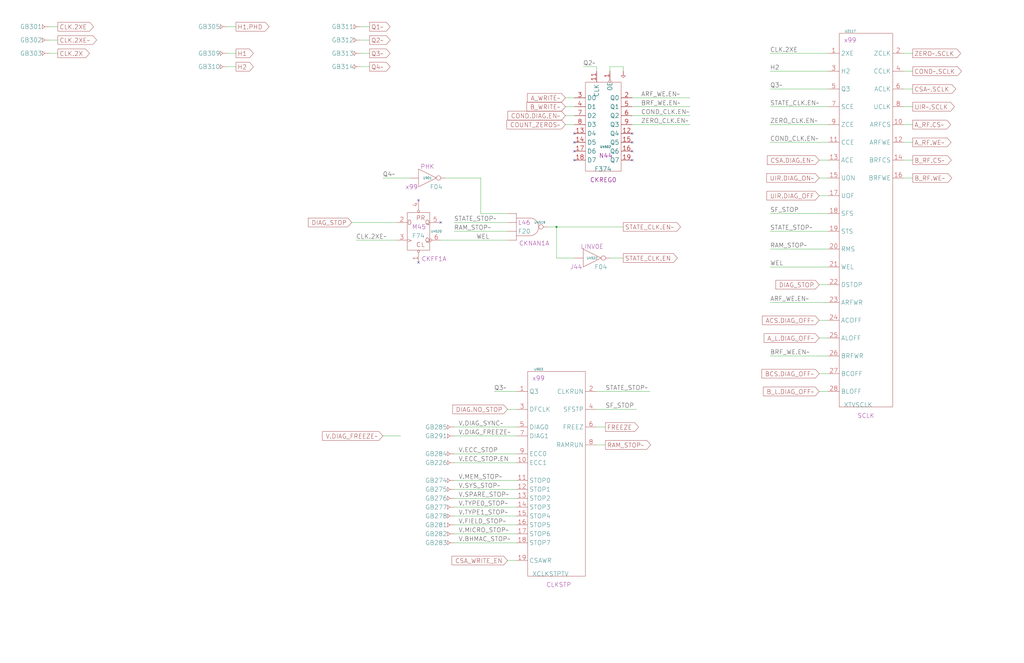
<source format=kicad_sch>
(kicad_sch (version 20250114) (generator "eeschema") (generator_version "9.0")
  (paper "User" 584.2 378.46)
  (title_block (title "CLOCK GENERATION\\nSTATE CLOCKS") (date "22-MAR-90") (rev "1.0") (comment 1 "VALUE") (comment 2 "232-003063") (comment 3 "S400") (comment 4 "RELEASED"))
  (lib_symbols
    (symbol "r1000:F04" (pin_numbers (hide yes)) (pin_names (hide yes))
      (property "Reference" "U" (at 0 0 0))
      (property "Value" "F04" (at 1.27 -5.08 0))
      (property "Location" "___" (at -12.7 -5.08 0))
      (property "Name" "______" (at 0 5.08 0))
      (symbol "F04_0_1"
        (polyline (pts (xy -7.62 0) (xy -5.08 0)) (stroke (width 0.1524)))
        (polyline (pts (xy -5.08 5.08) (xy -5.08 -5.08)) (stroke (width 0.1524)))
        (polyline (pts (xy 5.08 0) (xy -5.08 5.08)) (stroke (width 0.1524)))
        (polyline (pts (xy 5.08 0) (xy -5.08 -5.08)) (stroke (width 0.1524)))
        (circle (center 6.35 0) (radius 1.27) (stroke (width 0.1524)))
      )
      (symbol "F04_1_1"
        (pin input line (at -10.16 0 0) (length 2.54) (name "D0") (number "1"))
        (pin output line (at 10.16 0 180) (length 2.54) (name "Q") (number "2"))
      )
    )
    (symbol "r1000:F20" (pin_numbers (hide yes)) (pin_names (hide yes))
      (property "Reference" "U" (at 8.255 2.54 0))
      (property "Value" "F20" (at -0.635 -2.54 0))
      (property "Location" "___" (at -0.635 2.54 0))
      (property "Name" "______" (at 5.08 -10.795 0))
      (symbol "F20_0_1"
        (polyline (pts (xy -5.08 7.62) (xy -5.08 5.08)) (stroke (width 0.1524)))
        (polyline (pts (xy -5.08 5.08) (xy -5.08 -5.08)) (stroke (width 0.1524)))
        (polyline (pts (xy -5.08 -5.08) (xy -5.08 -7.62)) (stroke (width 0.1524)))
        (arc (start 2.54 5.08) (mid 7.5882 0) (end 2.54 -5.08) (stroke (width 0.1524)))
        (polyline (pts (xy 2.54 5.08) (xy -5.08 5.08)) (stroke (width 0.1524)))
        (polyline (pts (xy 2.54 -5.08) (xy -5.08 -5.08)) (stroke (width 0.1524)))
        (circle (center 8.89 0) (radius 1.27) (stroke (width 0.1524)))
      )
      (symbol "F20_0_2"
        (arc (start -6.35 7.62) (mid -5.3975 0) (end -6.35 -7.62) (stroke (width 0.1524)))
        (circle (center -7.62 7.62) (radius 1.27) (stroke (width 0.1524)))
        (circle (center -7.62 -7.62) (radius 1.27) (stroke (width 0.1524)))
        (circle (center -6.985 2.54) (radius 1.27) (stroke (width 0.1524)))
        (circle (center -6.985 -2.54) (radius 1.27) (stroke (width 0.1524)))
        (polyline (pts (xy -5.715 5.08) (xy 1.27 5.08)) (stroke (width 0.1524)))
        (polyline (pts (xy -5.715 -5.08) (xy 1.27 -5.08)) (stroke (width 0.1524)))
        (arc (start 7.62 0) (mid 5.0518 -3.2985) (end 1.27 -5.08) (stroke (width 0.1524)))
        (arc (start 1.27 5.08) (mid 5.0518 3.2985) (end 7.62 0) (stroke (width 0.1524)))
      )
      (symbol "F20_1_1"
        (pin input line (at -10.16 7.62 0) (length 5.08) (name "D0") (number "1"))
        (pin input line (at -10.16 2.54 0) (length 5.08) (name "D1") (number "2"))
        (pin input line (at -10.16 -2.54 0) (length 5.08) (name "D2") (number "4"))
        (pin input line (at -10.16 -7.62 0) (length 5.08) (name "D3") (number "5"))
        (pin output line (at 12.7 0 180) (length 2.54) (name "Q") (number "6"))
      )
      (symbol "F20_1_2"
        (pin input line (at -10.16 7.62 0) (length 1.27) (name "D0") (number "1"))
        (pin input line (at -10.16 2.54 0) (length 1.905) (name "D1") (number "2"))
        (pin input line (at -10.16 -2.54 0) (length 1.905) (name "D2") (number "4"))
        (pin input line (at -10.16 -7.62 0) (length 1.27) (name "D3") (number "5"))
        (pin output line (at 12.7 0 180) (length 5.08) (name "Q") (number "6"))
      )
    )
    (symbol "r1000:F374" (pin_names (offset 1.016))
      (property "Reference" "U" (at 2.54 5.08 0))
      (property "Value" "F374" (at -3.81 -7.62 0))
      (property "Location" "___" (at -1.27 0 0))
      (property "Name" "______" (at 1.27 -15.24 0))
      (symbol "F374_1_1"
        (rectangle (start -8.89 41.91) (end 11.43 -8.89))
        (circle (center 5.08 42.545) (radius 0.635))
        (pin input line (at -15.24 33.02 0) (length 6.35) (name "D0") (number "3"))
        (pin input line (at -15.24 27.94 0) (length 6.35) (name "D1") (number "4"))
        (pin input line (at -15.24 22.86 0) (length 6.35) (name "D2") (number "7"))
        (pin input line (at -15.24 17.78 0) (length 6.35) (name "D3") (number "8"))
        (pin input line (at -15.24 12.7 0) (length 6.35) (name "D4") (number "13"))
        (pin input line (at -15.24 7.62 0) (length 6.35) (name "D5") (number "14"))
        (pin input line (at -15.24 2.54 0) (length 6.35) (name "D6") (number "17"))
        (pin input line (at -15.24 -2.54 0) (length 6.35) (name "D7") (number "18"))
        (pin input line (at -2.54 48.26 270) (length 6.35) (name "CLK") (number "11"))
        (pin input line (at 5.08 48.26 270) (length 5.08) (name "OE") (number "1"))
        (pin tri_state line (at 17.78 33.02 180) (length 6.35) (name "Q0") (number "2"))
        (pin tri_state line (at 17.78 27.94 180) (length 6.35) (name "Q1") (number "5"))
        (pin tri_state line (at 17.78 22.86 180) (length 6.35) (name "Q2") (number "6"))
        (pin tri_state line (at 17.78 17.78 180) (length 6.35) (name "Q3") (number "9"))
        (pin tri_state line (at 17.78 12.7 180) (length 6.35) (name "Q4") (number "12"))
        (pin tri_state line (at 17.78 7.62 180) (length 6.35) (name "Q5") (number "15"))
        (pin tri_state line (at 17.78 2.54 180) (length 6.35) (name "Q6") (number "16"))
        (pin tri_state line (at 17.78 -2.54 180) (length 6.35) (name "Q7") (number "19"))
      )
    )
    (symbol "r1000:F74" (pin_names (offset 1.016) (hide yes))
      (property "Reference" "U" (at 12.7 -2.54 0))
      (property "Value" "F74" (at -1.27 -5.08 0))
      (property "Location" "___" (at -1.27 0 0))
      (property "Name" "______" (at 11.43 -19.685 0))
      (symbol "F74_0_1"
        (rectangle (start -3.81 8.255) (end 8.89 -13.335) (stroke (width 0.1524)))
        (polyline (pts (xy 2.54 10.16) (xy 2.54 9.525)) (stroke (width 0.1524)))
        (polyline (pts (xy 2.54 -15.24) (xy 2.54 -14.605)) (stroke (width 0.1524)))
      )
      (symbol "F74_1_1"
        (circle (center 2.54 8.89) (radius 0.635))
        (circle (center 2.54 -13.97) (radius 0.635))
        (circle (center 9.525 -7.62) (radius 0.635))
        (text "D" (at -2.54 2.54 0) (effects (font (size 2.54 2.54))))
        (text ">" (at -2.54 -7.62 0) (effects (font (size 2.54 2.54))))
        (text "P" (at 2.54 5.08 0) (effects (font (size 2.54 2.54))))
        (text "C" (at 2.54 -10.16 0) (effects (font (size 2.54 2.54))))
        (text "R" (at 5.08 5.08 0) (effects (font (size 2.54 2.54))))
        (text "L" (at 5.08 -10.16 0) (effects (font (size 2.54 2.54))))
        (text "Q" (at 7.62 2.54 0) (effects (font (size 2.54 2.54))))
        (text "Q" (at 7.62 -7.62 0) (effects (font (size 2.54 2.54))))
        (pin input line (at -10.16 2.54 0) (length 6.35) (name "D") (number "2"))
        (pin input line (at -10.16 -7.62 0) (length 6.35) (name "CLK") (number "3"))
        (pin input line (at 2.54 15.24 270) (length 5.08) (name "PR_") (number "4"))
        (pin input line (at 2.54 -20.32 90) (length 5.08) (name "CL_") (number "1"))
        (pin output line (at 15.24 2.54 180) (length 6.35) (name "Q") (number "5"))
        (pin output line (at 15.24 -7.62 180) (length 5.08) (name "Q_") (number "6"))
      )
    )
    (symbol "r1000:GB" (pin_numbers (hide yes)) (pin_names (offset 0) (hide yes))
      (property "Reference" "GB" (at 3.81 0 0))
      (symbol "GB_0_1"
        (polyline (pts (xy 2.54 0) (xy 3.81 1.27) (xy 3.81 -1.27) (xy 2.54 0)) (stroke (width 0.1524)))
      )
      (symbol "GB_1_1"
        (pin bidirectional line (at 0 0 0) (length 2.54) (name "") (number "1"))
      )
    )
    (symbol "r1000:PD" (power) (pin_numbers (hide yes)) (pin_names (hide yes)) (in_bom no)
      (symbol "PD_0_1"
        (polyline (pts (xy 0 -2.54) (xy 1.27 -2.54) (xy 0 -3.81) (xy -1.27 -2.54) (xy 0 -2.54)) (stroke (width 0.1524)))
      )
      (symbol "PD_1_1"
        (pin power_in line (at 0 0 270) (length 2.54) (name "PD") (number "1"))
      )
    )
    (symbol "r1000:XCLKSTPTV" (pin_names (offset 1.016))
      (property "Reference" "U" (at 2.54 5.08 0))
      (property "Value" "XCLKSTPTV" (at -1.27 -111.76 0))
      (property "Location" "___" (at -1.27 0 0))
      (property "Name" "______" (at 13.97 -119.38 0))
      (symbol "XCLKSTPTV_1_1"
        (rectangle (start -3.81 3.81) (end 29.21 -113.03))
        (pin input line (at -10.16 -7.62 0) (length 6.35) (name "Q3") (number "1"))
        (pin input line (at -10.16 -17.78 0) (length 6.35) (name "DFCLK") (number "3"))
        (pin input line (at -10.16 -27.94 0) (length 6.35) (name "DIAG0") (number "5"))
        (pin input line (at -10.16 -33.02 0) (length 6.35) (name "DIAG1") (number "7"))
        (pin input line (at -10.16 -43.18 0) (length 6.35) (name "ECC0") (number "9"))
        (pin input line (at -10.16 -48.26 0) (length 6.35) (name "ECC1") (number "10"))
        (pin input line (at -10.16 -58.42 0) (length 6.35) (name "STOP0") (number "11"))
        (pin input line (at -10.16 -63.5 0) (length 6.35) (name "STOP1") (number "12"))
        (pin input line (at -10.16 -68.58 0) (length 6.35) (name "STOP2") (number "13"))
        (pin input line (at -10.16 -73.66 0) (length 6.35) (name "STOP3") (number "14"))
        (pin input line (at -10.16 -78.74 0) (length 6.35) (name "STOP4") (number "15"))
        (pin input line (at -10.16 -83.82 0) (length 6.35) (name "STOP5") (number "16"))
        (pin input line (at -10.16 -88.9 0) (length 6.35) (name "STOP6") (number "17"))
        (pin input line (at -10.16 -93.98 0) (length 6.35) (name "STOP7") (number "18"))
        (pin input line (at -10.16 -104.14 0) (length 6.35) (name "CSAWR") (number "19"))
        (pin output line (at 35.56 -7.62 180) (length 6.35) (name "CLKRUN") (number "2"))
        (pin output line (at 35.56 -17.78 180) (length 6.35) (name "SFSTP") (number "4"))
        (pin output line (at 35.56 -27.94 180) (length 6.35) (name "FREEZ") (number "6"))
        (pin output line (at 35.56 -38.1 180) (length 6.35) (name "RAMRUN") (number "8"))
      )
    )
    (symbol "r1000:XTVSCLK" (pin_names (offset 1.016))
      (property "Reference" "U" (at 2.54 5.08 0))
      (property "Value" "XTVSCLK" (at -1.27 -208.28 0))
      (property "Location" "___" (at -1.27 0 0))
      (property "Name" "______" (at 11.43 -215.9 0))
      (symbol "XTVSCLK_1_1"
        (rectangle (start -3.81 3.81) (end 26.67 -209.55))
        (pin input line (at -10.16 -7.62 0) (length 6.35) (name "2XE") (number "1"))
        (pin input line (at -10.16 -17.78 0) (length 6.35) (name "H2") (number "3"))
        (pin input line (at -10.16 -27.94 0) (length 6.35) (name "Q3") (number "5"))
        (pin input line (at -10.16 -38.1 0) (length 6.35) (name "SCE") (number "7"))
        (pin input line (at -10.16 -48.26 0) (length 6.35) (name "ZCE") (number "9"))
        (pin input line (at -10.16 -58.42 0) (length 6.35) (name "CCE") (number "11"))
        (pin input line (at -10.16 -68.58 0) (length 6.35) (name "ACE") (number "13"))
        (pin input line (at -10.16 -78.74 0) (length 6.35) (name "UON") (number "15"))
        (pin input line (at -10.16 -88.9 0) (length 6.35) (name "UOF") (number "17"))
        (pin input line (at -10.16 -99.06 0) (length 6.35) (name "SFS") (number "18"))
        (pin input line (at -10.16 -109.22 0) (length 6.35) (name "STS") (number "19"))
        (pin input line (at -10.16 -119.38 0) (length 6.35) (name "RMS") (number "20"))
        (pin input line (at -10.16 -129.54 0) (length 6.35) (name "WEL") (number "21"))
        (pin input line (at -10.16 -139.7 0) (length 6.35) (name "DSTOP") (number "22"))
        (pin input line (at -10.16 -149.86 0) (length 6.35) (name "ARFWR") (number "23"))
        (pin input line (at -10.16 -160.02 0) (length 6.35) (name "ACOFF") (number "24"))
        (pin input line (at -10.16 -170.18 0) (length 6.35) (name "ALOFF") (number "25"))
        (pin input line (at -10.16 -180.34 0) (length 6.35) (name "BRFWR") (number "26"))
        (pin input line (at -10.16 -190.5 0) (length 6.35) (name "BCOFF") (number "27"))
        (pin input line (at -10.16 -200.66 0) (length 6.35) (name "BLOFF") (number "28"))
        (pin output line (at 33.02 -7.62 180) (length 6.35) (name "ZCLK") (number "2"))
        (pin output line (at 33.02 -17.78 180) (length 6.35) (name "CCLK") (number "4"))
        (pin output line (at 33.02 -27.94 180) (length 6.35) (name "ACLK") (number "6"))
        (pin output line (at 33.02 -38.1 180) (length 6.35) (name "UCLK") (number "8"))
        (pin output line (at 33.02 -48.26 180) (length 6.35) (name "ARFCS") (number "10"))
        (pin output line (at 33.02 -58.42 180) (length 6.35) (name "ARFWE") (number "12"))
        (pin output line (at 33.02 -68.58 180) (length 6.35) (name "BRFCS") (number "14"))
        (pin output line (at 33.02 -78.74 180) (length 6.35) (name "BRFWE") (number "16"))
      )
    )
  )
  (junction (at 317.5 129.54))
  (no_connect (at 360.68 86.36))
  (no_connect (at 327.66 91.44))
  (no_connect (at 360.68 81.28))
  (no_connect (at 327.66 81.28))
  (no_connect (at 238.76 114.3))
  (no_connect (at 238.76 149.86))
  (no_connect (at 327.66 76.2))
  (no_connect (at 360.68 91.44))
  (no_connect (at 360.68 76.2))
  (no_connect (at 251.46 127))
  (no_connect (at 327.66 86.36))
  (wire (pts (xy 467.36 101.6) (xy 472.44 101.6)))
  (wire (pts (xy 467.36 213.36) (xy 472.44 213.36)))
  (wire (pts (xy 439.42 40.64) (xy 472.44 40.64)))
  (wire (pts (xy 317.5 147.32) (xy 327.66 147.32)))
  (wire (pts (xy 281.94 223.52) (xy 294.64 223.52)))
  (wire (pts (xy 439.42 50.8) (xy 472.44 50.8)))
  (wire (pts (xy 439.42 203.2) (xy 472.44 203.2)))
  (wire (pts (xy 340.36 223.52) (xy 370.84 223.52)))
  (wire (pts (xy 317.5 129.54) (xy 355.6 129.54)))
  (wire (pts (xy 515.62 40.64) (xy 520.7 40.64)))
  (wire (pts (xy 515.62 30.48) (xy 520.7 30.48)))
  (wire (pts (xy 515.62 71.12) (xy 520.7 71.12)))
  (wire (pts (xy 205.74 22.86) (xy 210.82 22.86)))
  (wire (pts (xy 274.32 101.6) (xy 254 101.6)))
  (wire (pts (xy 317.5 129.54) (xy 317.5 147.32)))
  (wire (pts (xy 259.08 289.56) (xy 294.64 289.56)))
  (wire (pts (xy 129.54 30.48) (xy 134.62 30.48)))
  (wire (pts (xy 259.08 279.4) (xy 294.64 279.4)))
  (wire (pts (xy 259.08 284.48) (xy 294.64 284.48)))
  (wire (pts (xy 439.42 172.72) (xy 472.44 172.72)))
  (wire (pts (xy 439.42 81.28) (xy 472.44 81.28)))
  (wire (pts (xy 259.08 304.8) (xy 294.64 304.8)))
  (wire (pts (xy 439.42 30.48) (xy 472.44 30.48)))
  (wire (pts (xy 332.74 38.1) (xy 340.36 38.1)))
  (wire (pts (xy 259.08 309.88) (xy 294.64 309.88)))
  (wire (pts (xy 467.36 193.04) (xy 472.44 193.04)))
  (wire (pts (xy 27.94 30.48) (xy 33.02 30.48)))
  (wire (pts (xy 515.62 60.96) (xy 520.7 60.96)))
  (wire (pts (xy 360.68 66.04) (xy 393.7 66.04)))
  (wire (pts (xy 312.42 129.54) (xy 317.5 129.54)))
  (wire (pts (xy 228.6 248.92) (xy 218.44 248.92)))
  (wire (pts (xy 467.36 162.56) (xy 472.44 162.56)))
  (wire (pts (xy 205.74 38.1) (xy 210.82 38.1)))
  (wire (pts (xy 274.32 121.92) (xy 274.32 101.6)))
  (wire (pts (xy 467.36 223.52) (xy 472.44 223.52)))
  (wire (pts (xy 200.66 127) (xy 226.06 127)))
  (wire (pts (xy 218.44 101.6) (xy 233.68 101.6)))
  (wire (pts (xy 439.42 60.96) (xy 472.44 60.96)))
  (wire (pts (xy 439.42 142.24) (xy 472.44 142.24)))
  (wire (pts (xy 205.74 15.24) (xy 210.82 15.24)))
  (wire (pts (xy 340.36 38.1) (xy 340.36 40.64)))
  (wire (pts (xy 360.68 55.88) (xy 393.7 55.88)))
  (wire (pts (xy 515.62 101.6) (xy 520.7 101.6)))
  (wire (pts (xy 129.54 15.24) (xy 134.62 15.24)))
  (wire (pts (xy 274.32 121.92) (xy 289.56 121.92)))
  (wire (pts (xy 340.36 254) (xy 345.44 254)))
  (wire (pts (xy 259.08 274.32) (xy 294.64 274.32)))
  (wire (pts (xy 27.94 22.86) (xy 33.02 22.86)))
  (wire (pts (xy 355.6 38.1) (xy 347.98 38.1)))
  (wire (pts (xy 340.36 243.84) (xy 345.44 243.84)))
  (wire (pts (xy 347.98 38.1) (xy 347.98 40.64)))
  (wire (pts (xy 205.74 30.48) (xy 210.82 30.48)))
  (wire (pts (xy 322.58 55.88) (xy 327.66 55.88)))
  (wire (pts (xy 360.68 60.96) (xy 393.7 60.96)))
  (wire (pts (xy 467.36 111.76) (xy 472.44 111.76)))
  (wire (pts (xy 467.36 182.88) (xy 472.44 182.88)))
  (wire (pts (xy 439.42 152.4) (xy 472.44 152.4)))
  (wire (pts (xy 439.42 132.08) (xy 472.44 132.08)))
  (wire (pts (xy 515.62 50.8) (xy 520.7 50.8)))
  (wire (pts (xy 347.98 147.32) (xy 355.6 147.32)))
  (wire (pts (xy 340.36 233.68) (xy 363.22 233.68)))
  (wire (pts (xy 259.08 264.16) (xy 294.64 264.16)))
  (wire (pts (xy 322.58 66.04) (xy 327.66 66.04)))
  (wire (pts (xy 259.08 259.08) (xy 294.64 259.08)))
  (wire (pts (xy 515.62 91.44) (xy 520.7 91.44)))
  (wire (pts (xy 515.62 81.28) (xy 520.7 81.28)))
  (wire (pts (xy 322.58 71.12) (xy 327.66 71.12)))
  (wire (pts (xy 439.42 71.12) (xy 472.44 71.12)))
  (wire (pts (xy 360.68 71.12) (xy 393.7 71.12)))
  (wire (pts (xy 289.56 320.04) (xy 294.64 320.04)))
  (wire (pts (xy 259.08 248.92) (xy 294.64 248.92)))
  (wire (pts (xy 355.6 38.1) (xy 355.6 40.64)))
  (wire (pts (xy 27.94 15.24) (xy 33.02 15.24)))
  (wire (pts (xy 322.58 60.96) (xy 327.66 60.96)))
  (wire (pts (xy 439.42 121.92) (xy 472.44 121.92)))
  (wire (pts (xy 251.46 137.16) (xy 289.56 137.16)))
  (wire (pts (xy 129.54 38.1) (xy 134.62 38.1)))
  (wire (pts (xy 259.08 243.84) (xy 294.64 243.84)))
  (wire (pts (xy 259.08 299.72) (xy 294.64 299.72)))
  (wire (pts (xy 467.36 91.44) (xy 472.44 91.44)))
  (wire (pts (xy 259.08 127) (xy 289.56 127)))
  (wire (pts (xy 289.56 233.68) (xy 294.64 233.68)))
  (wire (pts (xy 203.2 137.16) (xy 226.06 137.16)))
  (wire (pts (xy 259.08 294.64) (xy 294.64 294.64)))
  (wire (pts (xy 289.56 132.08) (xy 259.08 132.08)))
  (label "SF_STOP" (at 345.44 233.68 0) (effects (font (size 2.54 2.54))))
  (label "COND_CLK.EN~" (at 365.76 66.04 0) (effects (font (size 2.54 2.54))))
  (label "V.FIELD_STOP~" (at 261.62 299.72 0) (effects (font (size 2.54 2.54))))
  (label "V.SPARE_STOP~" (at 261.62 284.48 0) (effects (font (size 2.54 2.54))))
  (label "V.SYS_STOP~" (at 261.62 279.4 0) (effects (font (size 2.54 2.54))))
  (label "STATE_STOP~" (at 439.42 132.08 0) (effects (font (size 2.54 2.54))))
  (label "ARF_WE.EN~" (at 365.76 55.88 0) (effects (font (size 2.54 2.54))))
  (label "STATE_CLK.EN~" (at 439.42 60.96 0) (effects (font (size 2.54 2.54))))
  (label "ARF_WE.EN~" (at 439.42 172.72 0) (effects (font (size 2.54 2.54))))
  (label "ZERO_CLK.EN~" (at 439.42 71.12 0) (effects (font (size 2.54 2.54))))
  (label "CLK.2XE~" (at 203.2 137.16 0) (effects (font (size 2.54 2.54))))
  (label "ZERO_CLK.EN~" (at 365.76 71.12 0) (effects (font (size 2.54 2.54))))
  (label "STATE_STOP~" (at 345.44 223.52 0) (effects (font (size 2.54 2.54))))
  (label "Q3~" (at 281.94 223.52 0) (effects (font (size 2.54 2.54))))
  (label "RAM_STOP~" (at 259.08 132.08 0) (effects (font (size 2.54 2.54))))
  (label "H2" (at 439.42 40.64 0) (effects (font (size 2.54 2.54))))
  (label "Q4~" (at 218.44 101.6 0) (effects (font (size 2.54 2.54))))
  (label "WEL" (at 271.78 137.16 0) (effects (font (size 2.54 2.54))))
  (label "V.TYPE1_STOP~" (at 261.62 294.64 0) (effects (font (size 2.54 2.54))))
  (label "V.DIAG_FREEZE~" (at 261.62 248.92 0) (effects (font (size 2.54 2.54))))
  (label "V.BHMAC_STOP~" (at 261.62 309.88 0) (effects (font (size 2.54 2.54))))
  (label "Q2~" (at 332.74 38.1 0) (effects (font (size 2.54 2.54))))
  (label "SF_STOP" (at 439.42 121.92 0) (effects (font (size 2.54 2.54))))
  (label "WEL" (at 439.42 152.4 0) (effects (font (size 2.54 2.54))))
  (label "V.TYPE0_STOP~" (at 261.62 289.56 0) (effects (font (size 2.54 2.54))))
  (label "RAM_STOP~" (at 439.42 142.24 0) (effects (font (size 2.54 2.54))))
  (label "Q3~" (at 439.42 50.8 0) (effects (font (size 2.54 2.54))))
  (label "V.DIAG_SYNC~" (at 261.62 243.84 0) (effects (font (size 2.54 2.54))))
  (label "V.ECC_STOP.EN" (at 261.62 264.16 0) (effects (font (size 2.54 2.54))))
  (label "STATE_STOP~" (at 259.08 127 0) (effects (font (size 2.54 2.54))))
  (label "V.MEM_STOP~" (at 261.62 274.32 0) (effects (font (size 2.54 2.54))))
  (label "BRF_WE.EN~" (at 365.76 60.96 0) (effects (font (size 2.54 2.54))))
  (label "CLK.2XE" (at 439.42 30.48 0) (effects (font (size 2.54 2.54))))
  (label "COND_CLK.EN~" (at 439.42 81.28 0) (effects (font (size 2.54 2.54))))
  (label "V.MICRO_STOP~" (at 261.62 304.8 0) (effects (font (size 2.54 2.54))))
  (label "BRF_WE.EN~" (at 439.42 203.2 0) (effects (font (size 2.54 2.54))))
  (label "V.ECC_STOP" (at 261.62 259.08 0) (effects (font (size 2.54 2.54))))
  (global_label "FREEZE" (shape output) (at 345.44 243.84 0) (effects (font (size 2.54 2.54))) (property "Intersheetrefs" "${INTERSHEET_REFS}" (at 364.2965 243.6813 0) (effects (font (size 1.905 1.905)) (justify left))))
  (global_label "CLK.2XE" (shape output) (at 33.02 15.24 0) (effects (font (size 2.54 2.54))) (property "Intersheetrefs" "${INTERSHEET_REFS}" (at 54.3123 15.24 0) (effects (font (size 1.905 1.905)) (justify left))))
  (global_label "DIAG.NO_STOP" (shape input) (at 289.56 233.68 180) (effects (font (size 2.54 2.54))) (property "Intersheetrefs" "${INTERSHEET_REFS}" (at 258.2454 233.5213 0) (effects (font (size 1.905 1.905)) (justify right))))
  (global_label "UIR.DIAG_ON~" (shape input) (at 467.36 101.6 180) (effects (font (size 2.54 2.54))) (property "Intersheetrefs" "${INTERSHEET_REFS}" (at 437.3759 101.4413 0) (effects (font (size 1.905 1.905)) (justify right))))
  (global_label "UIR~.SCLK" (shape output) (at 520.7 60.96 0) (effects (font (size 2.54 2.54))) (property "Intersheetrefs" "${INTERSHEET_REFS}" (at 550.6841 60.8013 0) (effects (font (size 1.905 1.905)) (justify left))))
  (global_label "CLK.2X" (shape output) (at 33.02 30.48 0) (effects (font (size 2.54 2.54))) (property "Intersheetrefs" "${INTERSHEET_REFS}" (at 52.0142 30.48 0) (effects (font (size 1.905 1.905)) (justify left))))
  (global_label "Q4~" (shape output) (at 210.82 38.1 0) (effects (font (size 2.54 2.54))) (property "Intersheetrefs" "${INTERSHEET_REFS}" (at 223.5248 38.1 0) (effects (font (size 1.905 1.905)) (justify left))))
  (global_label "B_WRITE~" (shape input) (at 322.58 60.96 180) (effects (font (size 2.54 2.54))) (property "Intersheetrefs" "${INTERSHEET_REFS}" (at 300.5788 60.8013 0) (effects (font (size 1.905 1.905)) (justify right))))
  (global_label "A_L.DIAG_OFF~" (shape input) (at 467.36 193.04 180) (effects (font (size 2.54 2.54))) (property "Intersheetrefs" "${INTERSHEET_REFS}" (at 435.9245 193.1987 0) (effects (font (size 1.905 1.905)) (justify right))))
  (global_label "STATE_CLK.EN~" (shape output) (at 355.6 129.54 0) (effects (font (size 2.54 2.54))) (property "Intersheetrefs" "${INTERSHEET_REFS}" (at 388.245 129.3813 0) (effects (font (size 1.905 1.905)) (justify left))))
  (global_label "Q1~" (shape output) (at 210.82 15.24 0) (effects (font (size 2.54 2.54))) (property "Intersheetrefs" "${INTERSHEET_REFS}" (at 223.5248 15.24 0) (effects (font (size 1.905 1.905)) (justify left))))
  (global_label "H1.PHD" (shape output) (at 134.62 15.24 0) (effects (font (size 2.54 2.54))) (property "Intersheetrefs" "${INTERSHEET_REFS}" (at 153.286 15.0813 0) (effects (font (size 1.905 1.905)) (justify left))))
  (global_label "B_L.DIAG_OFF~" (shape input) (at 467.36 223.52 180) (effects (font (size 2.54 2.54))) (property "Intersheetrefs" "${INTERSHEET_REFS}" (at 435.5616 223.6787 0) (effects (font (size 1.905 1.905)) (justify right))))
  (global_label "DIAG_STOP" (shape input) (at 200.66 127 180) (effects (font (size 2.54 2.54))) (property "Intersheetrefs" "${INTERSHEET_REFS}" (at 175.8769 126.8413 0) (effects (font (size 1.905 1.905)) (justify right))))
  (global_label "COND.DIAG.EN~" (shape input) (at 322.58 66.04 180) (effects (font (size 2.54 2.54))) (property "Intersheetrefs" "${INTERSHEET_REFS}" (at 289.693 65.8813 0) (effects (font (size 1.905 1.905)) (justify right))))
  (global_label "H1" (shape output) (at 134.62 30.48 0) (effects (font (size 2.54 2.54))) (property "Intersheetrefs" "${INTERSHEET_REFS}" (at 144.3355 30.3213 0) (effects (font (size 1.905 1.905)) (justify left))))
  (global_label "A_WRITE~" (shape input) (at 322.58 55.88 180) (effects (font (size 2.54 2.54))) (property "Intersheetrefs" "${INTERSHEET_REFS}" (at 300.9416 55.7213 0) (effects (font (size 1.905 1.905)) (justify right))))
  (global_label "A_RF.WE~" (shape output) (at 520.7 81.28 0) (effects (font (size 2.54 2.54))) (property "Intersheetrefs" "${INTERSHEET_REFS}" (at 542.5803 81.1213 0) (effects (font (size 1.905 1.905)) (justify left))))
  (global_label "COND~.SCLK" (shape output) (at 520.7 40.64 0) (effects (font (size 2.54 2.54))) (property "Intersheetrefs" "${INTERSHEET_REFS}" (at 548.507 40.4813 0) (effects (font (size 1.905 1.905)) (justify left))))
  (global_label "UIR.DIAG_OFF" (shape input) (at 467.36 111.76 180) (effects (font (size 2.54 2.54))) (property "Intersheetrefs" "${INTERSHEET_REFS}" (at 437.4969 111.6013 0) (effects (font (size 1.905 1.905)) (justify right))))
  (global_label "CSA.DIAG.EN~" (shape input) (at 467.36 91.44 180) (effects (font (size 2.54 2.54))) (property "Intersheetrefs" "${INTERSHEET_REFS}" (at 437.7388 91.2813 0) (effects (font (size 1.905 1.905)) (justify right))))
  (global_label "ZERO~.SCLK" (shape output) (at 520.7 30.48 0) (effects (font (size 2.54 2.54))) (property "Intersheetrefs" "${INTERSHEET_REFS}" (at 548.0231 30.3213 0) (effects (font (size 1.905 1.905)) (justify left))))
  (global_label "B_RF.CS~" (shape output) (at 520.7 91.44 0) (effects (font (size 2.54 2.54))) (property "Intersheetrefs" "${INTERSHEET_REFS}" (at 542.7012 91.2813 0) (effects (font (size 1.905 1.905)) (justify left))))
  (global_label "RAM_STOP~" (shape output) (at 345.44 254 0) (effects (font (size 2.54 2.54))) (property "Intersheetrefs" "${INTERSHEET_REFS}" (at 371.1908 253.8413 0) (effects (font (size 1.905 1.905)) (justify left))))
  (global_label "Q3~" (shape output) (at 210.82 30.48 0) (effects (font (size 2.54 2.54))) (property "Intersheetrefs" "${INTERSHEET_REFS}" (at 223.5248 30.48 0) (effects (font (size 1.905 1.905)) (justify left))))
  (global_label "CSA~.SCLK" (shape output) (at 520.7 50.8 0) (effects (font (size 2.54 2.54))) (property "Intersheetrefs" "${INTERSHEET_REFS}" (at 545.2412 50.6413 0) (effects (font (size 1.905 1.905)) (justify left))))
  (global_label "A_RF.CS~" (shape output) (at 520.7 71.12 0) (effects (font (size 2.54 2.54))) (property "Intersheetrefs" "${INTERSHEET_REFS}" (at 542.3384 70.9613 0) (effects (font (size 1.905 1.905)) (justify left))))
  (global_label "V.DIAG_FREEZE~" (shape input) (at 218.44 248.92 180) (effects (font (size 2.54 2.54))) (property "Intersheetrefs" "${INTERSHEET_REFS}" (at 182.9964 248.92 0) (effects (justify right))))
  (global_label "BCS.DIAG_OFF~" (shape input) (at 467.36 213.36 180) (effects (font (size 2.54 2.54))) (property "Intersheetrefs" "${INTERSHEET_REFS}" (at 434.594 213.2013 0) (effects (font (size 1.905 1.905)) (justify right))))
  (global_label "Q2~" (shape output) (at 210.82 22.86 0) (effects (font (size 2.54 2.54))) (property "Intersheetrefs" "${INTERSHEET_REFS}" (at 223.5248 22.86 0) (effects (font (size 1.905 1.905)) (justify left))))
  (global_label "COUNT_ZEROS~" (shape input) (at 322.58 71.12 180) (effects (font (size 2.54 2.54))) (property "Intersheetrefs" "${INTERSHEET_REFS}" (at 289.2092 70.9613 0) (effects (font (size 1.905 1.905)) (justify right))))
  (global_label "CSA_WRITE_EN" (shape input) (at 289.56 320.04 180) (effects (font (size 2.54 2.54))) (property "Intersheetrefs" "${INTERSHEET_REFS}" (at 256.8982 320.04 0) (effects (justify right))))
  (global_label "CLK.2XE~" (shape output) (at 33.02 22.86 0) (effects (font (size 2.54 2.54))) (property "Intersheetrefs" "${INTERSHEET_REFS}" (at 56.1266 22.86 0) (effects (font (size 1.905 1.905)) (justify left))))
  (global_label "DIAG_STOP" (shape input) (at 467.36 162.56 180) (effects (font (size 2.54 2.54))) (property "Intersheetrefs" "${INTERSHEET_REFS}" (at 442.5769 162.4013 0) (effects (font (size 1.905 1.905)) (justify right))))
  (global_label "ACS.DIAG_OFF~" (shape input) (at 467.36 182.88 180) (effects (font (size 2.54 2.54))) (property "Intersheetrefs" "${INTERSHEET_REFS}" (at 434.9569 182.7213 0) (effects (font (size 1.905 1.905)) (justify right))))
  (global_label "B_RF.WE~" (shape output) (at 520.7 101.6 0) (effects (font (size 2.54 2.54))) (property "Intersheetrefs" "${INTERSHEET_REFS}" (at 542.9431 101.4413 0) (effects (font (size 1.905 1.905)) (justify left))))
  (global_label "STATE_CLK.EN" (shape output) (at 355.6 147.32 0) (effects (font (size 2.54 2.54))) (property "Intersheetrefs" "${INTERSHEET_REFS}" (at 386.4308 147.1613 0) (effects (font (size 1.905 1.905)) (justify left))))
  (global_label "H2" (shape output) (at 134.62 38.1 0) (effects (font (size 2.54 2.54))) (property "Intersheetrefs" "${INTERSHEET_REFS}" (at 144.3355 37.9413 0) (effects (font (size 1.905 1.905)) (justify left))))
  (symbol (lib_id "r1000:GB") (at 129.54 38.1 0) (mirror y) (unit 1)
    (property "Reference" "GB310" (at 125.73 38.1 0) (effects (font (size 2.54 2.54)) (justify left)))
    (property "Value" "GB" (effects (hide yes)))
  )
  (symbol (lib_id "r1000:GB") (at 129.54 15.24 0) (mirror y) (unit 1)
    (property "Reference" "GB305" (at 125.73 15.24 0) (effects (font (size 2.54 2.54)) (justify left)))
    (property "Value" "GB" (effects (hide yes)))
  )
  (symbol (lib_id "r1000:GB") (at 259.08 284.48 0) (mirror y) (unit 1)
    (property "Reference" "GB276" (at 255.27 284.48 0) (effects (font (size 2.54 2.54)) (justify left)))
    (property "Value" "GB" (effects (hide yes)))
  )
  (symbol (lib_id "r1000:F20") (at 299.72 129.54 0) (unit 1)
    (property "Reference" "U4519" (at 307.975 127 0))
    (property "Value" "F20" (at 299.085 132.08 0) (effects (font (size 2.54 2.54))))
    (property "Location" "L46" (at 299.085 127 0) (effects (font (size 2.54 2.54))))
    (property "Name" "CKNAN1A" (at 304.8 140.335 0) (effects (font (size 2.54 2.54)) (justify bottom)))
  )
  (symbol (lib_id "r1000:GB") (at 27.94 22.86 0) (mirror y) (unit 1)
    (property "Reference" "GB302" (at 24.13 22.86 0) (effects (font (size 2.54 2.54)) (justify left)))
    (property "Value" "GB" (effects (hide yes)))
  )
  (symbol (lib_id "r1000:GB") (at 205.74 22.86 0) (mirror y) (unit 1)
    (property "Reference" "GB312" (at 201.93 22.86 0) (effects (font (size 2.54 2.54)) (justify left)))
    (property "Value" "GB" (effects (hide yes)))
  )
  (symbol (lib_id "r1000:GB") (at 259.08 299.72 0) (mirror y) (unit 1)
    (property "Reference" "GB281" (at 255.27 299.72 0) (effects (font (size 2.54 2.54)) (justify left)))
    (property "Value" "GB" (effects (hide yes)))
  )
  (symbol (lib_id "r1000:XTVSCLK") (at 482.6 22.86 0) (unit 1)
    (property "Reference" "U2117" (at 485.14 17.78 0))
    (property "Value" "XTVSCLK" (at 481.33 231.14 0) (effects (font (size 2.54 2.54)) (justify left)))
    (property "Location" "x99" (at 481.33 22.86 0) (effects (font (size 2.54 2.54)) (justify left)))
    (property "Name" "SCLK" (at 494.03 238.76 0) (effects (font (size 2.54 2.54)) (justify bottom)))
  )
  (symbol (lib_id "r1000:GB") (at 205.74 15.24 0) (mirror y) (unit 1)
    (property "Reference" "GB311" (at 201.93 15.24 0) (effects (font (size 2.54 2.54)) (justify left)))
    (property "Value" "GB" (effects (hide yes)))
  )
  (symbol (lib_id "r1000:F04") (at 243.84 101.6 0) (unit 1)
    (property "Reference" "U901" (at 243.84 101.6 0))
    (property "Value" "F04" (at 245.11 106.68 0) (effects (font (size 2.54 2.54)) (justify left)))
    (property "Location" "x99" (at 231.14 106.68 0) (effects (font (size 2.54 2.54)) (justify left)))
    (property "Name" "PHK" (at 243.84 96.52 0) (effects (font (size 2.54 2.54)) (justify bottom)))
  )
  (symbol (lib_id "r1000:GB") (at 259.08 259.08 0) (mirror y) (unit 1)
    (property "Reference" "GB284" (at 255.27 259.08 0) (effects (font (size 2.54 2.54)) (justify left)))
    (property "Value" "GB" (effects (hide yes)))
  )
  (symbol (lib_id "r1000:GB") (at 259.08 309.88 0) (mirror y) (unit 1)
    (property "Reference" "GB283" (at 255.27 309.88 0) (effects (font (size 2.54 2.54)) (justify left)))
    (property "Value" "GB" (effects (hide yes)))
  )
  (symbol (lib_id "r1000:GB") (at 259.08 289.56 0) (mirror y) (unit 1)
    (property "Reference" "GB277" (at 255.27 289.56 0) (effects (font (size 2.54 2.54)) (justify left)))
    (property "Value" "GB" (effects (hide yes)))
  )
  (symbol (lib_id "r1000:GB") (at 205.74 30.48 0) (mirror y) (unit 1)
    (property "Reference" "GB313" (at 201.93 30.48 0) (effects (font (size 2.54 2.54)) (justify left)))
    (property "Value" "GB" (effects (hide yes)))
  )
  (symbol (lib_id "r1000:GB") (at 259.08 248.92 0) (mirror y) (unit 1)
    (property "Reference" "GB291" (at 255.27 248.92 0) (effects (font (size 2.54 2.54)) (justify left)))
    (property "Value" "GB" (effects (hide yes)))
  )
  (symbol (lib_id "r1000:GB") (at 27.94 30.48 0) (mirror y) (unit 1)
    (property "Reference" "GB303" (at 24.13 30.48 0) (effects (font (size 2.54 2.54)) (justify left)))
    (property "Value" "GB" (effects (hide yes)))
  )
  (symbol (lib_id "r1000:GB") (at 259.08 294.64 0) (mirror y) (unit 1)
    (property "Reference" "GB278" (at 255.27 294.64 0) (effects (font (size 2.54 2.54)) (justify left)))
    (property "Value" "GB" (effects (hide yes)))
  )
  (symbol (lib_id "r1000:GB") (at 259.08 304.8 0) (mirror y) (unit 1)
    (property "Reference" "GB282" (at 255.27 304.8 0) (effects (font (size 2.54 2.54)) (justify left)))
    (property "Value" "GB" (effects (hide yes)))
  )
  (symbol (lib_id "r1000:GB") (at 27.94 15.24 0) (mirror y) (unit 1)
    (property "Reference" "GB301" (at 24.13 15.24 0) (effects (font (size 2.54 2.54)) (justify left)))
    (property "Value" "GB" (effects (hide yes)))
  )
  (symbol (lib_id "r1000:GB") (at 259.08 243.84 0) (mirror y) (unit 1)
    (property "Reference" "GB285" (at 255.27 243.84 0) (effects (font (size 2.54 2.54)) (justify left)))
    (property "Value" "GB" (effects (hide yes)))
  )
  (symbol (lib_id "r1000:XCLKSTPTV") (at 304.8 215.9 0) (unit 1)
    (property "Reference" "U903" (at 307.34 210.82 0))
    (property "Value" "XCLKSTPTV" (at 303.53 327.66 0) (effects (font (size 2.54 2.54)) (justify left)))
    (property "Location" "x99" (at 303.53 215.9 0) (effects (font (size 2.54 2.54)) (justify left)))
    (property "Name" "CLKSTP" (at 318.77 335.28 0) (effects (font (size 2.54 2.54)) (justify bottom)))
  )
  (symbol (lib_id "r1000:F04") (at 337.82 147.32 0) (unit 1)
    (property "Reference" "U4522" (at 337.82 147.32 0))
    (property "Value" "F04" (at 339.09 152.4 0) (effects (font (size 2.54 2.54)) (justify left)))
    (property "Location" "J44" (at 325.12 152.4 0) (effects (font (size 2.54 2.54)) (justify left)))
    (property "Name" "LINV0E" (at 337.82 142.24 0) (effects (font (size 2.54 2.54)) (justify bottom)))
  )
  (symbol (lib_id "r1000:PD") (at 355.6 40.64 0) (unit 1) (in_bom no)
    (property "Reference" "#PWR0120" (effects (hide yes)))
    (property "Value" "PD" (effects (hide yes)))
  )
  (symbol (lib_id "r1000:F374") (at 342.9 88.9 0) (unit 1)
    (property "Reference" "U4502" (at 345.44 83.82 0))
    (property "Value" "F374" (at 339.09 96.52 0) (effects (font (size 2.54 2.54)) (justify left)))
    (property "Location" "N44" (at 341.63 88.9 0) (effects (font (size 2.54 2.54)) (justify left)))
    (property "Name" "CKREG0" (at 344.17 104.14 0) (effects (font (size 2.54 2.54)) (justify bottom)))
  )
  (symbol (lib_id "r1000:GB") (at 129.54 30.48 0) (mirror y) (unit 1)
    (property "Reference" "GB309" (at 125.73 30.48 0) (effects (font (size 2.54 2.54)) (justify left)))
    (property "Value" "GB" (effects (hide yes)))
  )
  (symbol (lib_id "r1000:F74") (at 236.22 129.54 0) (unit 1)
    (property "Reference" "U4520" (at 248.92 132.08 0))
    (property "Value" "F74" (at 234.95 134.62 0) (effects (font (size 2.54 2.54)) (justify left)))
    (property "Location" "M45" (at 234.95 129.54 0) (effects (font (size 2.54 2.54)) (justify left)))
    (property "Name" "CKFF1A" (at 247.65 149.225 0) (effects (font (size 2.54 2.54)) (justify bottom)))
  )
  (symbol (lib_id "r1000:GB") (at 259.08 264.16 0) (mirror y) (unit 1)
    (property "Reference" "GB226" (at 255.27 264.16 0) (effects (font (size 2.54 2.54)) (justify left)))
    (property "Value" "GB" (effects (hide yes)))
  )
  (symbol (lib_id "r1000:GB") (at 259.08 279.4 0) (mirror y) (unit 1)
    (property "Reference" "GB275" (at 255.27 279.4 0) (effects (font (size 2.54 2.54)) (justify left)))
    (property "Value" "GB" (effects (hide yes)))
  )
  (symbol (lib_id "r1000:GB") (at 205.74 38.1 0) (mirror y) (unit 1)
    (property "Reference" "GB314" (at 201.93 38.1 0) (effects (font (size 2.54 2.54)) (justify left)))
    (property "Value" "GB" (effects (hide yes)))
  )
  (symbol (lib_id "r1000:GB") (at 259.08 274.32 0) (mirror y) (unit 1)
    (property "Reference" "GB274" (at 255.27 274.32 0) (effects (font (size 2.54 2.54)) (justify left)))
    (property "Value" "GB" (effects (hide yes)))
  )
)
</source>
